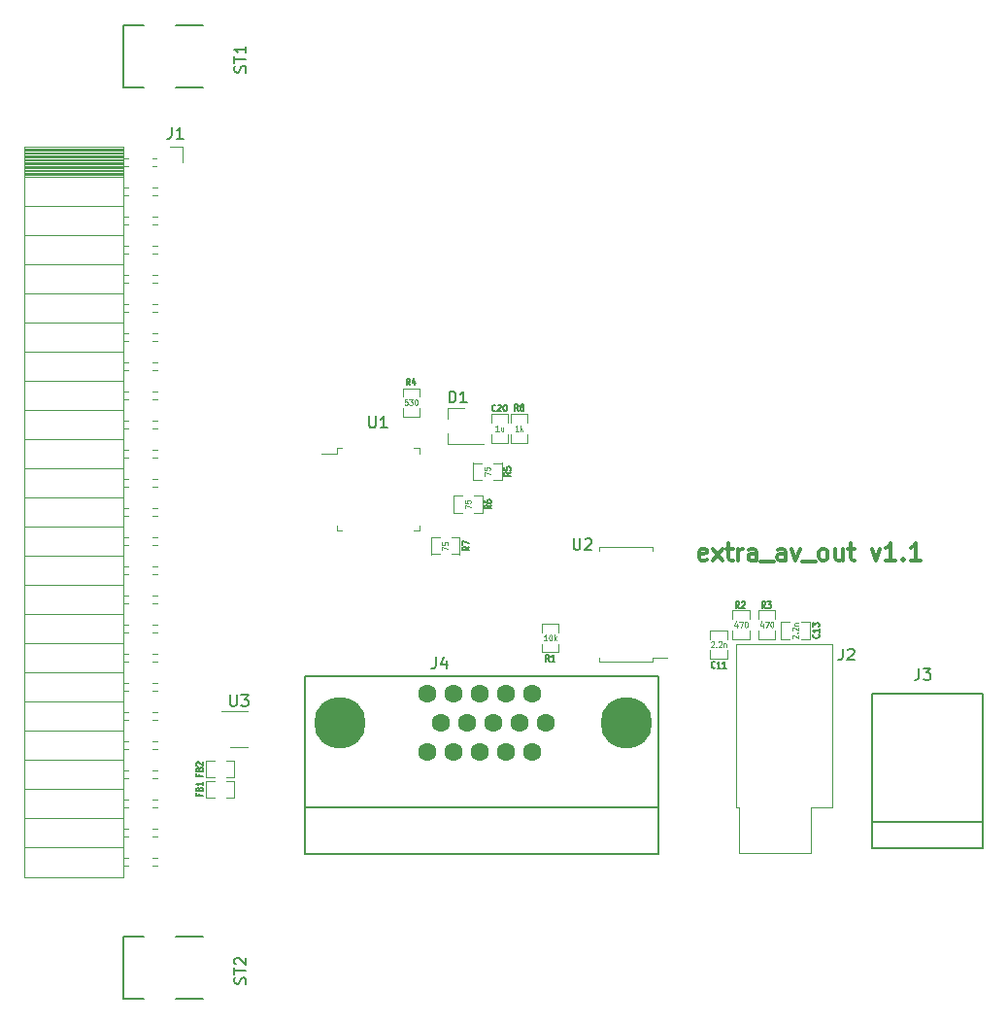
<source format=gbr>
%TF.GenerationSoftware,KiCad,Pcbnew,7.0.10+dfsg-1*%
%TF.CreationDate,2024-01-29T21:55:54+02:00*%
%TF.ProjectId,extra_av_out,65787472-615f-4617-965f-6f75742e6b69,rev?*%
%TF.SameCoordinates,Original*%
%TF.FileFunction,Legend,Top*%
%TF.FilePolarity,Positive*%
%FSLAX46Y46*%
G04 Gerber Fmt 4.6, Leading zero omitted, Abs format (unit mm)*
G04 Created by KiCad (PCBNEW 7.0.10+dfsg-1) date 2024-01-29 21:55:54*
%MOMM*%
%LPD*%
G01*
G04 APERTURE LIST*
%ADD10C,0.300000*%
%ADD11C,0.127000*%
%ADD12C,0.114300*%
%ADD13C,0.150000*%
%ADD14C,0.119380*%
%ADD15C,0.120000*%
%ADD16C,1.600000*%
%ADD17C,4.500000*%
G04 APERTURE END LIST*
D10*
X95740000Y-61886900D02*
X95597143Y-61958328D01*
X95597143Y-61958328D02*
X95311429Y-61958328D01*
X95311429Y-61958328D02*
X95168571Y-61886900D01*
X95168571Y-61886900D02*
X95097143Y-61744042D01*
X95097143Y-61744042D02*
X95097143Y-61172614D01*
X95097143Y-61172614D02*
X95168571Y-61029757D01*
X95168571Y-61029757D02*
X95311429Y-60958328D01*
X95311429Y-60958328D02*
X95597143Y-60958328D01*
X95597143Y-60958328D02*
X95740000Y-61029757D01*
X95740000Y-61029757D02*
X95811429Y-61172614D01*
X95811429Y-61172614D02*
X95811429Y-61315471D01*
X95811429Y-61315471D02*
X95097143Y-61458328D01*
X96311428Y-61958328D02*
X97097143Y-60958328D01*
X96311428Y-60958328D02*
X97097143Y-61958328D01*
X97454286Y-60958328D02*
X98025714Y-60958328D01*
X97668571Y-60458328D02*
X97668571Y-61744042D01*
X97668571Y-61744042D02*
X97740000Y-61886900D01*
X97740000Y-61886900D02*
X97882857Y-61958328D01*
X97882857Y-61958328D02*
X98025714Y-61958328D01*
X98525714Y-61958328D02*
X98525714Y-60958328D01*
X98525714Y-61244042D02*
X98597143Y-61101185D01*
X98597143Y-61101185D02*
X98668572Y-61029757D01*
X98668572Y-61029757D02*
X98811429Y-60958328D01*
X98811429Y-60958328D02*
X98954286Y-60958328D01*
X100097143Y-61958328D02*
X100097143Y-61172614D01*
X100097143Y-61172614D02*
X100025714Y-61029757D01*
X100025714Y-61029757D02*
X99882857Y-60958328D01*
X99882857Y-60958328D02*
X99597143Y-60958328D01*
X99597143Y-60958328D02*
X99454285Y-61029757D01*
X100097143Y-61886900D02*
X99954285Y-61958328D01*
X99954285Y-61958328D02*
X99597143Y-61958328D01*
X99597143Y-61958328D02*
X99454285Y-61886900D01*
X99454285Y-61886900D02*
X99382857Y-61744042D01*
X99382857Y-61744042D02*
X99382857Y-61601185D01*
X99382857Y-61601185D02*
X99454285Y-61458328D01*
X99454285Y-61458328D02*
X99597143Y-61386900D01*
X99597143Y-61386900D02*
X99954285Y-61386900D01*
X99954285Y-61386900D02*
X100097143Y-61315471D01*
X100454286Y-62101185D02*
X101597143Y-62101185D01*
X102597143Y-61958328D02*
X102597143Y-61172614D01*
X102597143Y-61172614D02*
X102525714Y-61029757D01*
X102525714Y-61029757D02*
X102382857Y-60958328D01*
X102382857Y-60958328D02*
X102097143Y-60958328D01*
X102097143Y-60958328D02*
X101954285Y-61029757D01*
X102597143Y-61886900D02*
X102454285Y-61958328D01*
X102454285Y-61958328D02*
X102097143Y-61958328D01*
X102097143Y-61958328D02*
X101954285Y-61886900D01*
X101954285Y-61886900D02*
X101882857Y-61744042D01*
X101882857Y-61744042D02*
X101882857Y-61601185D01*
X101882857Y-61601185D02*
X101954285Y-61458328D01*
X101954285Y-61458328D02*
X102097143Y-61386900D01*
X102097143Y-61386900D02*
X102454285Y-61386900D01*
X102454285Y-61386900D02*
X102597143Y-61315471D01*
X103168571Y-60958328D02*
X103525714Y-61958328D01*
X103525714Y-61958328D02*
X103882857Y-60958328D01*
X104097143Y-62101185D02*
X105240000Y-62101185D01*
X105811428Y-61958328D02*
X105668571Y-61886900D01*
X105668571Y-61886900D02*
X105597142Y-61815471D01*
X105597142Y-61815471D02*
X105525714Y-61672614D01*
X105525714Y-61672614D02*
X105525714Y-61244042D01*
X105525714Y-61244042D02*
X105597142Y-61101185D01*
X105597142Y-61101185D02*
X105668571Y-61029757D01*
X105668571Y-61029757D02*
X105811428Y-60958328D01*
X105811428Y-60958328D02*
X106025714Y-60958328D01*
X106025714Y-60958328D02*
X106168571Y-61029757D01*
X106168571Y-61029757D02*
X106240000Y-61101185D01*
X106240000Y-61101185D02*
X106311428Y-61244042D01*
X106311428Y-61244042D02*
X106311428Y-61672614D01*
X106311428Y-61672614D02*
X106240000Y-61815471D01*
X106240000Y-61815471D02*
X106168571Y-61886900D01*
X106168571Y-61886900D02*
X106025714Y-61958328D01*
X106025714Y-61958328D02*
X105811428Y-61958328D01*
X107597143Y-60958328D02*
X107597143Y-61958328D01*
X106954285Y-60958328D02*
X106954285Y-61744042D01*
X106954285Y-61744042D02*
X107025714Y-61886900D01*
X107025714Y-61886900D02*
X107168571Y-61958328D01*
X107168571Y-61958328D02*
X107382857Y-61958328D01*
X107382857Y-61958328D02*
X107525714Y-61886900D01*
X107525714Y-61886900D02*
X107597143Y-61815471D01*
X108097143Y-60958328D02*
X108668571Y-60958328D01*
X108311428Y-60458328D02*
X108311428Y-61744042D01*
X108311428Y-61744042D02*
X108382857Y-61886900D01*
X108382857Y-61886900D02*
X108525714Y-61958328D01*
X108525714Y-61958328D02*
X108668571Y-61958328D01*
X110168571Y-60958328D02*
X110525714Y-61958328D01*
X110525714Y-61958328D02*
X110882857Y-60958328D01*
X112240000Y-61958328D02*
X111382857Y-61958328D01*
X111811428Y-61958328D02*
X111811428Y-60458328D01*
X111811428Y-60458328D02*
X111668571Y-60672614D01*
X111668571Y-60672614D02*
X111525714Y-60815471D01*
X111525714Y-60815471D02*
X111382857Y-60886900D01*
X112882856Y-61815471D02*
X112954285Y-61886900D01*
X112954285Y-61886900D02*
X112882856Y-61958328D01*
X112882856Y-61958328D02*
X112811428Y-61886900D01*
X112811428Y-61886900D02*
X112882856Y-61815471D01*
X112882856Y-61815471D02*
X112882856Y-61958328D01*
X114382857Y-61958328D02*
X113525714Y-61958328D01*
X113954285Y-61958328D02*
X113954285Y-60458328D01*
X113954285Y-60458328D02*
X113811428Y-60672614D01*
X113811428Y-60672614D02*
X113668571Y-60815471D01*
X113668571Y-60815471D02*
X113525714Y-60886900D01*
D11*
X96483428Y-71278019D02*
X96459237Y-71305839D01*
X96459237Y-71305839D02*
X96386666Y-71333658D01*
X96386666Y-71333658D02*
X96338285Y-71333658D01*
X96338285Y-71333658D02*
X96265713Y-71305839D01*
X96265713Y-71305839D02*
X96217332Y-71250200D01*
X96217332Y-71250200D02*
X96193142Y-71194562D01*
X96193142Y-71194562D02*
X96168951Y-71083286D01*
X96168951Y-71083286D02*
X96168951Y-70999829D01*
X96168951Y-70999829D02*
X96193142Y-70888553D01*
X96193142Y-70888553D02*
X96217332Y-70832915D01*
X96217332Y-70832915D02*
X96265713Y-70777277D01*
X96265713Y-70777277D02*
X96338285Y-70749458D01*
X96338285Y-70749458D02*
X96386666Y-70749458D01*
X96386666Y-70749458D02*
X96459237Y-70777277D01*
X96459237Y-70777277D02*
X96483428Y-70805096D01*
X96967237Y-71333658D02*
X96676951Y-71333658D01*
X96822094Y-71333658D02*
X96822094Y-70749458D01*
X96822094Y-70749458D02*
X96773713Y-70832915D01*
X96773713Y-70832915D02*
X96725332Y-70888553D01*
X96725332Y-70888553D02*
X96676951Y-70916372D01*
X97451047Y-71333658D02*
X97160761Y-71333658D01*
X97305904Y-71333658D02*
X97305904Y-70749458D01*
X97305904Y-70749458D02*
X97257523Y-70832915D01*
X97257523Y-70832915D02*
X97209142Y-70888553D01*
X97209142Y-70888553D02*
X97160761Y-70916372D01*
D12*
X96145971Y-69061447D02*
X96167743Y-69037256D01*
X96167743Y-69037256D02*
X96211286Y-69013066D01*
X96211286Y-69013066D02*
X96320143Y-69013066D01*
X96320143Y-69013066D02*
X96363686Y-69037256D01*
X96363686Y-69037256D02*
X96385457Y-69061447D01*
X96385457Y-69061447D02*
X96407228Y-69109828D01*
X96407228Y-69109828D02*
X96407228Y-69158209D01*
X96407228Y-69158209D02*
X96385457Y-69230780D01*
X96385457Y-69230780D02*
X96124200Y-69521066D01*
X96124200Y-69521066D02*
X96407228Y-69521066D01*
X96603172Y-69472685D02*
X96624943Y-69496876D01*
X96624943Y-69496876D02*
X96603172Y-69521066D01*
X96603172Y-69521066D02*
X96581400Y-69496876D01*
X96581400Y-69496876D02*
X96603172Y-69472685D01*
X96603172Y-69472685D02*
X96603172Y-69521066D01*
X96799114Y-69061447D02*
X96820886Y-69037256D01*
X96820886Y-69037256D02*
X96864429Y-69013066D01*
X96864429Y-69013066D02*
X96973286Y-69013066D01*
X96973286Y-69013066D02*
X97016829Y-69037256D01*
X97016829Y-69037256D02*
X97038600Y-69061447D01*
X97038600Y-69061447D02*
X97060371Y-69109828D01*
X97060371Y-69109828D02*
X97060371Y-69158209D01*
X97060371Y-69158209D02*
X97038600Y-69230780D01*
X97038600Y-69230780D02*
X96777343Y-69521066D01*
X96777343Y-69521066D02*
X97060371Y-69521066D01*
X97256315Y-69182399D02*
X97256315Y-69521066D01*
X97256315Y-69230780D02*
X97278086Y-69206590D01*
X97278086Y-69206590D02*
X97321629Y-69182399D01*
X97321629Y-69182399D02*
X97386943Y-69182399D01*
X97386943Y-69182399D02*
X97430486Y-69206590D01*
X97430486Y-69206590D02*
X97452258Y-69254971D01*
X97452258Y-69254971D02*
X97452258Y-69521066D01*
D11*
X105508019Y-68396571D02*
X105535839Y-68420762D01*
X105535839Y-68420762D02*
X105563658Y-68493333D01*
X105563658Y-68493333D02*
X105563658Y-68541714D01*
X105563658Y-68541714D02*
X105535839Y-68614286D01*
X105535839Y-68614286D02*
X105480200Y-68662667D01*
X105480200Y-68662667D02*
X105424562Y-68686857D01*
X105424562Y-68686857D02*
X105313286Y-68711048D01*
X105313286Y-68711048D02*
X105229829Y-68711048D01*
X105229829Y-68711048D02*
X105118553Y-68686857D01*
X105118553Y-68686857D02*
X105062915Y-68662667D01*
X105062915Y-68662667D02*
X105007277Y-68614286D01*
X105007277Y-68614286D02*
X104979458Y-68541714D01*
X104979458Y-68541714D02*
X104979458Y-68493333D01*
X104979458Y-68493333D02*
X105007277Y-68420762D01*
X105007277Y-68420762D02*
X105035096Y-68396571D01*
X105563658Y-67912762D02*
X105563658Y-68203048D01*
X105563658Y-68057905D02*
X104979458Y-68057905D01*
X104979458Y-68057905D02*
X105062915Y-68106286D01*
X105062915Y-68106286D02*
X105118553Y-68154667D01*
X105118553Y-68154667D02*
X105146372Y-68203048D01*
X104979458Y-67743428D02*
X104979458Y-67428952D01*
X104979458Y-67428952D02*
X105202010Y-67598285D01*
X105202010Y-67598285D02*
X105202010Y-67525714D01*
X105202010Y-67525714D02*
X105229829Y-67477333D01*
X105229829Y-67477333D02*
X105257648Y-67453142D01*
X105257648Y-67453142D02*
X105313286Y-67428952D01*
X105313286Y-67428952D02*
X105452381Y-67428952D01*
X105452381Y-67428952D02*
X105508019Y-67453142D01*
X105508019Y-67453142D02*
X105535839Y-67477333D01*
X105535839Y-67477333D02*
X105563658Y-67525714D01*
X105563658Y-67525714D02*
X105563658Y-67670857D01*
X105563658Y-67670857D02*
X105535839Y-67719238D01*
X105535839Y-67719238D02*
X105508019Y-67743428D01*
D12*
X103259447Y-68734028D02*
X103235256Y-68712256D01*
X103235256Y-68712256D02*
X103211066Y-68668714D01*
X103211066Y-68668714D02*
X103211066Y-68559856D01*
X103211066Y-68559856D02*
X103235256Y-68516314D01*
X103235256Y-68516314D02*
X103259447Y-68494542D01*
X103259447Y-68494542D02*
X103307828Y-68472771D01*
X103307828Y-68472771D02*
X103356209Y-68472771D01*
X103356209Y-68472771D02*
X103428780Y-68494542D01*
X103428780Y-68494542D02*
X103719066Y-68755799D01*
X103719066Y-68755799D02*
X103719066Y-68472771D01*
X103670685Y-68276827D02*
X103694876Y-68255056D01*
X103694876Y-68255056D02*
X103719066Y-68276827D01*
X103719066Y-68276827D02*
X103694876Y-68298599D01*
X103694876Y-68298599D02*
X103670685Y-68276827D01*
X103670685Y-68276827D02*
X103719066Y-68276827D01*
X103259447Y-68080885D02*
X103235256Y-68059113D01*
X103235256Y-68059113D02*
X103211066Y-68015571D01*
X103211066Y-68015571D02*
X103211066Y-67906713D01*
X103211066Y-67906713D02*
X103235256Y-67863171D01*
X103235256Y-67863171D02*
X103259447Y-67841399D01*
X103259447Y-67841399D02*
X103307828Y-67819628D01*
X103307828Y-67819628D02*
X103356209Y-67819628D01*
X103356209Y-67819628D02*
X103428780Y-67841399D01*
X103428780Y-67841399D02*
X103719066Y-68102656D01*
X103719066Y-68102656D02*
X103719066Y-67819628D01*
X103380399Y-67623684D02*
X103719066Y-67623684D01*
X103428780Y-67623684D02*
X103404590Y-67601913D01*
X103404590Y-67601913D02*
X103380399Y-67558370D01*
X103380399Y-67558370D02*
X103380399Y-67493056D01*
X103380399Y-67493056D02*
X103404590Y-67449513D01*
X103404590Y-67449513D02*
X103452971Y-67427742D01*
X103452971Y-67427742D02*
X103719066Y-67427742D01*
D11*
X77363428Y-48918019D02*
X77339237Y-48945839D01*
X77339237Y-48945839D02*
X77266666Y-48973658D01*
X77266666Y-48973658D02*
X77218285Y-48973658D01*
X77218285Y-48973658D02*
X77145713Y-48945839D01*
X77145713Y-48945839D02*
X77097332Y-48890200D01*
X77097332Y-48890200D02*
X77073142Y-48834562D01*
X77073142Y-48834562D02*
X77048951Y-48723286D01*
X77048951Y-48723286D02*
X77048951Y-48639829D01*
X77048951Y-48639829D02*
X77073142Y-48528553D01*
X77073142Y-48528553D02*
X77097332Y-48472915D01*
X77097332Y-48472915D02*
X77145713Y-48417277D01*
X77145713Y-48417277D02*
X77218285Y-48389458D01*
X77218285Y-48389458D02*
X77266666Y-48389458D01*
X77266666Y-48389458D02*
X77339237Y-48417277D01*
X77339237Y-48417277D02*
X77363428Y-48445096D01*
X77556951Y-48445096D02*
X77581142Y-48417277D01*
X77581142Y-48417277D02*
X77629523Y-48389458D01*
X77629523Y-48389458D02*
X77750475Y-48389458D01*
X77750475Y-48389458D02*
X77798856Y-48417277D01*
X77798856Y-48417277D02*
X77823047Y-48445096D01*
X77823047Y-48445096D02*
X77847237Y-48500734D01*
X77847237Y-48500734D02*
X77847237Y-48556372D01*
X77847237Y-48556372D02*
X77823047Y-48639829D01*
X77823047Y-48639829D02*
X77532761Y-48973658D01*
X77532761Y-48973658D02*
X77847237Y-48973658D01*
X78161714Y-48389458D02*
X78210095Y-48389458D01*
X78210095Y-48389458D02*
X78258476Y-48417277D01*
X78258476Y-48417277D02*
X78282666Y-48445096D01*
X78282666Y-48445096D02*
X78306857Y-48500734D01*
X78306857Y-48500734D02*
X78331047Y-48612010D01*
X78331047Y-48612010D02*
X78331047Y-48751105D01*
X78331047Y-48751105D02*
X78306857Y-48862381D01*
X78306857Y-48862381D02*
X78282666Y-48918019D01*
X78282666Y-48918019D02*
X78258476Y-48945839D01*
X78258476Y-48945839D02*
X78210095Y-48973658D01*
X78210095Y-48973658D02*
X78161714Y-48973658D01*
X78161714Y-48973658D02*
X78113333Y-48945839D01*
X78113333Y-48945839D02*
X78089142Y-48918019D01*
X78089142Y-48918019D02*
X78064952Y-48862381D01*
X78064952Y-48862381D02*
X78040761Y-48751105D01*
X78040761Y-48751105D02*
X78040761Y-48612010D01*
X78040761Y-48612010D02*
X78064952Y-48500734D01*
X78064952Y-48500734D02*
X78089142Y-48445096D01*
X78089142Y-48445096D02*
X78113333Y-48417277D01*
X78113333Y-48417277D02*
X78161714Y-48389458D01*
D12*
X77623799Y-50689066D02*
X77362542Y-50689066D01*
X77493171Y-50689066D02*
X77493171Y-50181066D01*
X77493171Y-50181066D02*
X77449628Y-50253637D01*
X77449628Y-50253637D02*
X77406085Y-50302018D01*
X77406085Y-50302018D02*
X77362542Y-50326209D01*
X78015686Y-50350399D02*
X78015686Y-50689066D01*
X77819743Y-50350399D02*
X77819743Y-50616495D01*
X77819743Y-50616495D02*
X77841514Y-50664876D01*
X77841514Y-50664876D02*
X77885057Y-50689066D01*
X77885057Y-50689066D02*
X77950371Y-50689066D01*
X77950371Y-50689066D02*
X77993914Y-50664876D01*
X77993914Y-50664876D02*
X78015686Y-50640685D01*
D13*
X73301905Y-48204819D02*
X73301905Y-47204819D01*
X73301905Y-47204819D02*
X73540000Y-47204819D01*
X73540000Y-47204819D02*
X73682857Y-47252438D01*
X73682857Y-47252438D02*
X73778095Y-47347676D01*
X73778095Y-47347676D02*
X73825714Y-47442914D01*
X73825714Y-47442914D02*
X73873333Y-47633390D01*
X73873333Y-47633390D02*
X73873333Y-47776247D01*
X73873333Y-47776247D02*
X73825714Y-47966723D01*
X73825714Y-47966723D02*
X73778095Y-48061961D01*
X73778095Y-48061961D02*
X73682857Y-48157200D01*
X73682857Y-48157200D02*
X73540000Y-48204819D01*
X73540000Y-48204819D02*
X73301905Y-48204819D01*
X74825714Y-48204819D02*
X74254286Y-48204819D01*
X74540000Y-48204819D02*
X74540000Y-47204819D01*
X74540000Y-47204819D02*
X74444762Y-47347676D01*
X74444762Y-47347676D02*
X74349524Y-47442914D01*
X74349524Y-47442914D02*
X74254286Y-47490533D01*
X49126666Y-24214819D02*
X49126666Y-24929104D01*
X49126666Y-24929104D02*
X49079047Y-25071961D01*
X49079047Y-25071961D02*
X48983809Y-25167200D01*
X48983809Y-25167200D02*
X48840952Y-25214819D01*
X48840952Y-25214819D02*
X48745714Y-25214819D01*
X50126666Y-25214819D02*
X49555238Y-25214819D01*
X49840952Y-25214819D02*
X49840952Y-24214819D01*
X49840952Y-24214819D02*
X49745714Y-24357676D01*
X49745714Y-24357676D02*
X49650476Y-24452914D01*
X49650476Y-24452914D02*
X49555238Y-24500533D01*
X114265346Y-71359899D02*
X114265346Y-72074184D01*
X114265346Y-72074184D02*
X114217727Y-72217041D01*
X114217727Y-72217041D02*
X114122489Y-72312280D01*
X114122489Y-72312280D02*
X113979632Y-72359899D01*
X113979632Y-72359899D02*
X113884394Y-72359899D01*
X114646299Y-71359899D02*
X115265346Y-71359899D01*
X115265346Y-71359899D02*
X114932013Y-71740851D01*
X114932013Y-71740851D02*
X115074870Y-71740851D01*
X115074870Y-71740851D02*
X115170108Y-71788470D01*
X115170108Y-71788470D02*
X115217727Y-71836089D01*
X115217727Y-71836089D02*
X115265346Y-71931327D01*
X115265346Y-71931327D02*
X115265346Y-72169422D01*
X115265346Y-72169422D02*
X115217727Y-72264660D01*
X115217727Y-72264660D02*
X115170108Y-72312280D01*
X115170108Y-72312280D02*
X115074870Y-72359899D01*
X115074870Y-72359899D02*
X114789156Y-72359899D01*
X114789156Y-72359899D02*
X114693918Y-72312280D01*
X114693918Y-72312280D02*
X114646299Y-72264660D01*
X72146666Y-70394819D02*
X72146666Y-71109104D01*
X72146666Y-71109104D02*
X72099047Y-71251961D01*
X72099047Y-71251961D02*
X72003809Y-71347200D01*
X72003809Y-71347200D02*
X71860952Y-71394819D01*
X71860952Y-71394819D02*
X71765714Y-71394819D01*
X73051428Y-70728152D02*
X73051428Y-71394819D01*
X72813333Y-70347200D02*
X72575238Y-71061485D01*
X72575238Y-71061485D02*
X73194285Y-71061485D01*
D11*
X82025333Y-70763658D02*
X81855999Y-70485467D01*
X81735047Y-70763658D02*
X81735047Y-70179458D01*
X81735047Y-70179458D02*
X81928571Y-70179458D01*
X81928571Y-70179458D02*
X81976952Y-70207277D01*
X81976952Y-70207277D02*
X82001142Y-70235096D01*
X82001142Y-70235096D02*
X82025333Y-70290734D01*
X82025333Y-70290734D02*
X82025333Y-70374191D01*
X82025333Y-70374191D02*
X82001142Y-70429829D01*
X82001142Y-70429829D02*
X81976952Y-70457648D01*
X81976952Y-70457648D02*
X81928571Y-70485467D01*
X81928571Y-70485467D02*
X81735047Y-70485467D01*
X82509142Y-70763658D02*
X82218856Y-70763658D01*
X82363999Y-70763658D02*
X82363999Y-70179458D01*
X82363999Y-70179458D02*
X82315618Y-70262915D01*
X82315618Y-70262915D02*
X82267237Y-70318553D01*
X82267237Y-70318553D02*
X82218856Y-70346372D01*
D12*
X81837856Y-68951066D02*
X81576599Y-68951066D01*
X81707228Y-68951066D02*
X81707228Y-68443066D01*
X81707228Y-68443066D02*
X81663685Y-68515637D01*
X81663685Y-68515637D02*
X81620142Y-68564018D01*
X81620142Y-68564018D02*
X81576599Y-68588209D01*
X82120885Y-68443066D02*
X82164428Y-68443066D01*
X82164428Y-68443066D02*
X82207971Y-68467256D01*
X82207971Y-68467256D02*
X82229743Y-68491447D01*
X82229743Y-68491447D02*
X82251514Y-68539828D01*
X82251514Y-68539828D02*
X82273285Y-68636590D01*
X82273285Y-68636590D02*
X82273285Y-68757542D01*
X82273285Y-68757542D02*
X82251514Y-68854304D01*
X82251514Y-68854304D02*
X82229743Y-68902685D01*
X82229743Y-68902685D02*
X82207971Y-68926876D01*
X82207971Y-68926876D02*
X82164428Y-68951066D01*
X82164428Y-68951066D02*
X82120885Y-68951066D01*
X82120885Y-68951066D02*
X82077343Y-68926876D01*
X82077343Y-68926876D02*
X82055571Y-68902685D01*
X82055571Y-68902685D02*
X82033800Y-68854304D01*
X82033800Y-68854304D02*
X82012028Y-68757542D01*
X82012028Y-68757542D02*
X82012028Y-68636590D01*
X82012028Y-68636590D02*
X82033800Y-68539828D01*
X82033800Y-68539828D02*
X82055571Y-68491447D01*
X82055571Y-68491447D02*
X82077343Y-68467256D01*
X82077343Y-68467256D02*
X82120885Y-68443066D01*
X82469229Y-68951066D02*
X82469229Y-68443066D01*
X82512772Y-68757542D02*
X82643400Y-68951066D01*
X82643400Y-68612399D02*
X82469229Y-68805923D01*
D11*
X98595333Y-66121658D02*
X98425999Y-65843467D01*
X98305047Y-66121658D02*
X98305047Y-65537458D01*
X98305047Y-65537458D02*
X98498571Y-65537458D01*
X98498571Y-65537458D02*
X98546952Y-65565277D01*
X98546952Y-65565277D02*
X98571142Y-65593096D01*
X98571142Y-65593096D02*
X98595333Y-65648734D01*
X98595333Y-65648734D02*
X98595333Y-65732191D01*
X98595333Y-65732191D02*
X98571142Y-65787829D01*
X98571142Y-65787829D02*
X98546952Y-65815648D01*
X98546952Y-65815648D02*
X98498571Y-65843467D01*
X98498571Y-65843467D02*
X98305047Y-65843467D01*
X98788856Y-65593096D02*
X98813047Y-65565277D01*
X98813047Y-65565277D02*
X98861428Y-65537458D01*
X98861428Y-65537458D02*
X98982380Y-65537458D01*
X98982380Y-65537458D02*
X99030761Y-65565277D01*
X99030761Y-65565277D02*
X99054952Y-65593096D01*
X99054952Y-65593096D02*
X99079142Y-65648734D01*
X99079142Y-65648734D02*
X99079142Y-65704372D01*
X99079142Y-65704372D02*
X99054952Y-65787829D01*
X99054952Y-65787829D02*
X98764666Y-66121658D01*
X98764666Y-66121658D02*
X99079142Y-66121658D01*
D12*
X98401657Y-67458399D02*
X98401657Y-67797066D01*
X98292799Y-67264876D02*
X98183942Y-67627733D01*
X98183942Y-67627733D02*
X98466971Y-67627733D01*
X98597600Y-67289066D02*
X98902400Y-67289066D01*
X98902400Y-67289066D02*
X98706457Y-67797066D01*
X99163657Y-67289066D02*
X99207200Y-67289066D01*
X99207200Y-67289066D02*
X99250743Y-67313256D01*
X99250743Y-67313256D02*
X99272515Y-67337447D01*
X99272515Y-67337447D02*
X99294286Y-67385828D01*
X99294286Y-67385828D02*
X99316057Y-67482590D01*
X99316057Y-67482590D02*
X99316057Y-67603542D01*
X99316057Y-67603542D02*
X99294286Y-67700304D01*
X99294286Y-67700304D02*
X99272515Y-67748685D01*
X99272515Y-67748685D02*
X99250743Y-67772876D01*
X99250743Y-67772876D02*
X99207200Y-67797066D01*
X99207200Y-67797066D02*
X99163657Y-67797066D01*
X99163657Y-67797066D02*
X99120115Y-67772876D01*
X99120115Y-67772876D02*
X99098343Y-67748685D01*
X99098343Y-67748685D02*
X99076572Y-67700304D01*
X99076572Y-67700304D02*
X99054800Y-67603542D01*
X99054800Y-67603542D02*
X99054800Y-67482590D01*
X99054800Y-67482590D02*
X99076572Y-67385828D01*
X99076572Y-67385828D02*
X99098343Y-67337447D01*
X99098343Y-67337447D02*
X99120115Y-67313256D01*
X99120115Y-67313256D02*
X99163657Y-67289066D01*
D11*
X100865333Y-66111658D02*
X100695999Y-65833467D01*
X100575047Y-66111658D02*
X100575047Y-65527458D01*
X100575047Y-65527458D02*
X100768571Y-65527458D01*
X100768571Y-65527458D02*
X100816952Y-65555277D01*
X100816952Y-65555277D02*
X100841142Y-65583096D01*
X100841142Y-65583096D02*
X100865333Y-65638734D01*
X100865333Y-65638734D02*
X100865333Y-65722191D01*
X100865333Y-65722191D02*
X100841142Y-65777829D01*
X100841142Y-65777829D02*
X100816952Y-65805648D01*
X100816952Y-65805648D02*
X100768571Y-65833467D01*
X100768571Y-65833467D02*
X100575047Y-65833467D01*
X101034666Y-65527458D02*
X101349142Y-65527458D01*
X101349142Y-65527458D02*
X101179809Y-65750010D01*
X101179809Y-65750010D02*
X101252380Y-65750010D01*
X101252380Y-65750010D02*
X101300761Y-65777829D01*
X101300761Y-65777829D02*
X101324952Y-65805648D01*
X101324952Y-65805648D02*
X101349142Y-65861286D01*
X101349142Y-65861286D02*
X101349142Y-66000381D01*
X101349142Y-66000381D02*
X101324952Y-66056019D01*
X101324952Y-66056019D02*
X101300761Y-66083839D01*
X101300761Y-66083839D02*
X101252380Y-66111658D01*
X101252380Y-66111658D02*
X101107237Y-66111658D01*
X101107237Y-66111658D02*
X101058856Y-66083839D01*
X101058856Y-66083839D02*
X101034666Y-66056019D01*
D12*
X100661657Y-67458399D02*
X100661657Y-67797066D01*
X100552799Y-67264876D02*
X100443942Y-67627733D01*
X100443942Y-67627733D02*
X100726971Y-67627733D01*
X100857600Y-67289066D02*
X101162400Y-67289066D01*
X101162400Y-67289066D02*
X100966457Y-67797066D01*
X101423657Y-67289066D02*
X101467200Y-67289066D01*
X101467200Y-67289066D02*
X101510743Y-67313256D01*
X101510743Y-67313256D02*
X101532515Y-67337447D01*
X101532515Y-67337447D02*
X101554286Y-67385828D01*
X101554286Y-67385828D02*
X101576057Y-67482590D01*
X101576057Y-67482590D02*
X101576057Y-67603542D01*
X101576057Y-67603542D02*
X101554286Y-67700304D01*
X101554286Y-67700304D02*
X101532515Y-67748685D01*
X101532515Y-67748685D02*
X101510743Y-67772876D01*
X101510743Y-67772876D02*
X101467200Y-67797066D01*
X101467200Y-67797066D02*
X101423657Y-67797066D01*
X101423657Y-67797066D02*
X101380115Y-67772876D01*
X101380115Y-67772876D02*
X101358343Y-67748685D01*
X101358343Y-67748685D02*
X101336572Y-67700304D01*
X101336572Y-67700304D02*
X101314800Y-67603542D01*
X101314800Y-67603542D02*
X101314800Y-67482590D01*
X101314800Y-67482590D02*
X101336572Y-67385828D01*
X101336572Y-67385828D02*
X101358343Y-67337447D01*
X101358343Y-67337447D02*
X101380115Y-67313256D01*
X101380115Y-67313256D02*
X101423657Y-67289066D01*
D11*
X69895333Y-46685658D02*
X69725999Y-46407467D01*
X69605047Y-46685658D02*
X69605047Y-46101458D01*
X69605047Y-46101458D02*
X69798571Y-46101458D01*
X69798571Y-46101458D02*
X69846952Y-46129277D01*
X69846952Y-46129277D02*
X69871142Y-46157096D01*
X69871142Y-46157096D02*
X69895333Y-46212734D01*
X69895333Y-46212734D02*
X69895333Y-46296191D01*
X69895333Y-46296191D02*
X69871142Y-46351829D01*
X69871142Y-46351829D02*
X69846952Y-46379648D01*
X69846952Y-46379648D02*
X69798571Y-46407467D01*
X69798571Y-46407467D02*
X69605047Y-46407467D01*
X70330761Y-46296191D02*
X70330761Y-46685658D01*
X70209809Y-46073639D02*
X70088856Y-46490924D01*
X70088856Y-46490924D02*
X70403333Y-46490924D01*
D12*
X69653428Y-47921066D02*
X69435714Y-47921066D01*
X69435714Y-47921066D02*
X69413942Y-48162971D01*
X69413942Y-48162971D02*
X69435714Y-48138780D01*
X69435714Y-48138780D02*
X69479257Y-48114590D01*
X69479257Y-48114590D02*
X69588114Y-48114590D01*
X69588114Y-48114590D02*
X69631657Y-48138780D01*
X69631657Y-48138780D02*
X69653428Y-48162971D01*
X69653428Y-48162971D02*
X69675199Y-48211352D01*
X69675199Y-48211352D02*
X69675199Y-48332304D01*
X69675199Y-48332304D02*
X69653428Y-48380685D01*
X69653428Y-48380685D02*
X69631657Y-48404876D01*
X69631657Y-48404876D02*
X69588114Y-48429066D01*
X69588114Y-48429066D02*
X69479257Y-48429066D01*
X69479257Y-48429066D02*
X69435714Y-48404876D01*
X69435714Y-48404876D02*
X69413942Y-48380685D01*
X69827600Y-47921066D02*
X70110628Y-47921066D01*
X70110628Y-47921066D02*
X69958228Y-48114590D01*
X69958228Y-48114590D02*
X70023543Y-48114590D01*
X70023543Y-48114590D02*
X70067086Y-48138780D01*
X70067086Y-48138780D02*
X70088857Y-48162971D01*
X70088857Y-48162971D02*
X70110628Y-48211352D01*
X70110628Y-48211352D02*
X70110628Y-48332304D01*
X70110628Y-48332304D02*
X70088857Y-48380685D01*
X70088857Y-48380685D02*
X70067086Y-48404876D01*
X70067086Y-48404876D02*
X70023543Y-48429066D01*
X70023543Y-48429066D02*
X69892914Y-48429066D01*
X69892914Y-48429066D02*
X69849371Y-48404876D01*
X69849371Y-48404876D02*
X69827600Y-48380685D01*
X70393657Y-47921066D02*
X70437200Y-47921066D01*
X70437200Y-47921066D02*
X70480743Y-47945256D01*
X70480743Y-47945256D02*
X70502515Y-47969447D01*
X70502515Y-47969447D02*
X70524286Y-48017828D01*
X70524286Y-48017828D02*
X70546057Y-48114590D01*
X70546057Y-48114590D02*
X70546057Y-48235542D01*
X70546057Y-48235542D02*
X70524286Y-48332304D01*
X70524286Y-48332304D02*
X70502515Y-48380685D01*
X70502515Y-48380685D02*
X70480743Y-48404876D01*
X70480743Y-48404876D02*
X70437200Y-48429066D01*
X70437200Y-48429066D02*
X70393657Y-48429066D01*
X70393657Y-48429066D02*
X70350115Y-48404876D01*
X70350115Y-48404876D02*
X70328343Y-48380685D01*
X70328343Y-48380685D02*
X70306572Y-48332304D01*
X70306572Y-48332304D02*
X70284800Y-48235542D01*
X70284800Y-48235542D02*
X70284800Y-48114590D01*
X70284800Y-48114590D02*
X70306572Y-48017828D01*
X70306572Y-48017828D02*
X70328343Y-47969447D01*
X70328343Y-47969447D02*
X70350115Y-47945256D01*
X70350115Y-47945256D02*
X70393657Y-47921066D01*
D11*
X78681658Y-54284666D02*
X78403467Y-54454000D01*
X78681658Y-54574952D02*
X78097458Y-54574952D01*
X78097458Y-54574952D02*
X78097458Y-54381428D01*
X78097458Y-54381428D02*
X78125277Y-54333047D01*
X78125277Y-54333047D02*
X78153096Y-54308857D01*
X78153096Y-54308857D02*
X78208734Y-54284666D01*
X78208734Y-54284666D02*
X78292191Y-54284666D01*
X78292191Y-54284666D02*
X78347829Y-54308857D01*
X78347829Y-54308857D02*
X78375648Y-54333047D01*
X78375648Y-54333047D02*
X78403467Y-54381428D01*
X78403467Y-54381428D02*
X78403467Y-54574952D01*
X78097458Y-53825047D02*
X78097458Y-54066952D01*
X78097458Y-54066952D02*
X78375648Y-54091143D01*
X78375648Y-54091143D02*
X78347829Y-54066952D01*
X78347829Y-54066952D02*
X78320010Y-54018571D01*
X78320010Y-54018571D02*
X78320010Y-53897619D01*
X78320010Y-53897619D02*
X78347829Y-53849238D01*
X78347829Y-53849238D02*
X78375648Y-53825047D01*
X78375648Y-53825047D02*
X78431286Y-53800857D01*
X78431286Y-53800857D02*
X78570381Y-53800857D01*
X78570381Y-53800857D02*
X78626019Y-53825047D01*
X78626019Y-53825047D02*
X78653839Y-53849238D01*
X78653839Y-53849238D02*
X78681658Y-53897619D01*
X78681658Y-53897619D02*
X78681658Y-54018571D01*
X78681658Y-54018571D02*
X78653839Y-54066952D01*
X78653839Y-54066952D02*
X78626019Y-54091143D01*
D12*
X76361066Y-54570114D02*
X76361066Y-54265314D01*
X76361066Y-54265314D02*
X76869066Y-54461257D01*
X76361066Y-53873428D02*
X76361066Y-54091142D01*
X76361066Y-54091142D02*
X76602971Y-54112914D01*
X76602971Y-54112914D02*
X76578780Y-54091142D01*
X76578780Y-54091142D02*
X76554590Y-54047600D01*
X76554590Y-54047600D02*
X76554590Y-53938742D01*
X76554590Y-53938742D02*
X76578780Y-53895200D01*
X76578780Y-53895200D02*
X76602971Y-53873428D01*
X76602971Y-53873428D02*
X76651352Y-53851657D01*
X76651352Y-53851657D02*
X76772304Y-53851657D01*
X76772304Y-53851657D02*
X76820685Y-53873428D01*
X76820685Y-53873428D02*
X76844876Y-53895200D01*
X76844876Y-53895200D02*
X76869066Y-53938742D01*
X76869066Y-53938742D02*
X76869066Y-54047600D01*
X76869066Y-54047600D02*
X76844876Y-54091142D01*
X76844876Y-54091142D02*
X76820685Y-54112914D01*
D11*
X76983658Y-57144666D02*
X76705467Y-57314000D01*
X76983658Y-57434952D02*
X76399458Y-57434952D01*
X76399458Y-57434952D02*
X76399458Y-57241428D01*
X76399458Y-57241428D02*
X76427277Y-57193047D01*
X76427277Y-57193047D02*
X76455096Y-57168857D01*
X76455096Y-57168857D02*
X76510734Y-57144666D01*
X76510734Y-57144666D02*
X76594191Y-57144666D01*
X76594191Y-57144666D02*
X76649829Y-57168857D01*
X76649829Y-57168857D02*
X76677648Y-57193047D01*
X76677648Y-57193047D02*
X76705467Y-57241428D01*
X76705467Y-57241428D02*
X76705467Y-57434952D01*
X76399458Y-56709238D02*
X76399458Y-56806000D01*
X76399458Y-56806000D02*
X76427277Y-56854381D01*
X76427277Y-56854381D02*
X76455096Y-56878571D01*
X76455096Y-56878571D02*
X76538553Y-56926952D01*
X76538553Y-56926952D02*
X76649829Y-56951143D01*
X76649829Y-56951143D02*
X76872381Y-56951143D01*
X76872381Y-56951143D02*
X76928019Y-56926952D01*
X76928019Y-56926952D02*
X76955839Y-56902762D01*
X76955839Y-56902762D02*
X76983658Y-56854381D01*
X76983658Y-56854381D02*
X76983658Y-56757619D01*
X76983658Y-56757619D02*
X76955839Y-56709238D01*
X76955839Y-56709238D02*
X76928019Y-56685047D01*
X76928019Y-56685047D02*
X76872381Y-56660857D01*
X76872381Y-56660857D02*
X76733286Y-56660857D01*
X76733286Y-56660857D02*
X76677648Y-56685047D01*
X76677648Y-56685047D02*
X76649829Y-56709238D01*
X76649829Y-56709238D02*
X76622010Y-56757619D01*
X76622010Y-56757619D02*
X76622010Y-56854381D01*
X76622010Y-56854381D02*
X76649829Y-56902762D01*
X76649829Y-56902762D02*
X76677648Y-56926952D01*
X76677648Y-56926952D02*
X76733286Y-56951143D01*
D12*
X74671066Y-57430114D02*
X74671066Y-57125314D01*
X74671066Y-57125314D02*
X75179066Y-57321257D01*
X74671066Y-56733428D02*
X74671066Y-56951142D01*
X74671066Y-56951142D02*
X74912971Y-56972914D01*
X74912971Y-56972914D02*
X74888780Y-56951142D01*
X74888780Y-56951142D02*
X74864590Y-56907600D01*
X74864590Y-56907600D02*
X74864590Y-56798742D01*
X74864590Y-56798742D02*
X74888780Y-56755200D01*
X74888780Y-56755200D02*
X74912971Y-56733428D01*
X74912971Y-56733428D02*
X74961352Y-56711657D01*
X74961352Y-56711657D02*
X75082304Y-56711657D01*
X75082304Y-56711657D02*
X75130685Y-56733428D01*
X75130685Y-56733428D02*
X75154876Y-56755200D01*
X75154876Y-56755200D02*
X75179066Y-56798742D01*
X75179066Y-56798742D02*
X75179066Y-56907600D01*
X75179066Y-56907600D02*
X75154876Y-56951142D01*
X75154876Y-56951142D02*
X75130685Y-56972914D01*
D11*
X75053658Y-60764666D02*
X74775467Y-60934000D01*
X75053658Y-61054952D02*
X74469458Y-61054952D01*
X74469458Y-61054952D02*
X74469458Y-60861428D01*
X74469458Y-60861428D02*
X74497277Y-60813047D01*
X74497277Y-60813047D02*
X74525096Y-60788857D01*
X74525096Y-60788857D02*
X74580734Y-60764666D01*
X74580734Y-60764666D02*
X74664191Y-60764666D01*
X74664191Y-60764666D02*
X74719829Y-60788857D01*
X74719829Y-60788857D02*
X74747648Y-60813047D01*
X74747648Y-60813047D02*
X74775467Y-60861428D01*
X74775467Y-60861428D02*
X74775467Y-61054952D01*
X74469458Y-60595333D02*
X74469458Y-60256666D01*
X74469458Y-60256666D02*
X75053658Y-60474381D01*
D12*
X72701066Y-61060114D02*
X72701066Y-60755314D01*
X72701066Y-60755314D02*
X73209066Y-60951257D01*
X72701066Y-60363428D02*
X72701066Y-60581142D01*
X72701066Y-60581142D02*
X72942971Y-60602914D01*
X72942971Y-60602914D02*
X72918780Y-60581142D01*
X72918780Y-60581142D02*
X72894590Y-60537600D01*
X72894590Y-60537600D02*
X72894590Y-60428742D01*
X72894590Y-60428742D02*
X72918780Y-60385200D01*
X72918780Y-60385200D02*
X72942971Y-60363428D01*
X72942971Y-60363428D02*
X72991352Y-60341657D01*
X72991352Y-60341657D02*
X73112304Y-60341657D01*
X73112304Y-60341657D02*
X73160685Y-60363428D01*
X73160685Y-60363428D02*
X73184876Y-60385200D01*
X73184876Y-60385200D02*
X73209066Y-60428742D01*
X73209066Y-60428742D02*
X73209066Y-60537600D01*
X73209066Y-60537600D02*
X73184876Y-60581142D01*
X73184876Y-60581142D02*
X73160685Y-60602914D01*
D11*
X79325333Y-48943658D02*
X79155999Y-48665467D01*
X79035047Y-48943658D02*
X79035047Y-48359458D01*
X79035047Y-48359458D02*
X79228571Y-48359458D01*
X79228571Y-48359458D02*
X79276952Y-48387277D01*
X79276952Y-48387277D02*
X79301142Y-48415096D01*
X79301142Y-48415096D02*
X79325333Y-48470734D01*
X79325333Y-48470734D02*
X79325333Y-48554191D01*
X79325333Y-48554191D02*
X79301142Y-48609829D01*
X79301142Y-48609829D02*
X79276952Y-48637648D01*
X79276952Y-48637648D02*
X79228571Y-48665467D01*
X79228571Y-48665467D02*
X79035047Y-48665467D01*
X79615618Y-48609829D02*
X79567237Y-48582010D01*
X79567237Y-48582010D02*
X79543047Y-48554191D01*
X79543047Y-48554191D02*
X79518856Y-48498553D01*
X79518856Y-48498553D02*
X79518856Y-48470734D01*
X79518856Y-48470734D02*
X79543047Y-48415096D01*
X79543047Y-48415096D02*
X79567237Y-48387277D01*
X79567237Y-48387277D02*
X79615618Y-48359458D01*
X79615618Y-48359458D02*
X79712380Y-48359458D01*
X79712380Y-48359458D02*
X79760761Y-48387277D01*
X79760761Y-48387277D02*
X79784952Y-48415096D01*
X79784952Y-48415096D02*
X79809142Y-48470734D01*
X79809142Y-48470734D02*
X79809142Y-48498553D01*
X79809142Y-48498553D02*
X79784952Y-48554191D01*
X79784952Y-48554191D02*
X79760761Y-48582010D01*
X79760761Y-48582010D02*
X79712380Y-48609829D01*
X79712380Y-48609829D02*
X79615618Y-48609829D01*
X79615618Y-48609829D02*
X79567237Y-48637648D01*
X79567237Y-48637648D02*
X79543047Y-48665467D01*
X79543047Y-48665467D02*
X79518856Y-48721105D01*
X79518856Y-48721105D02*
X79518856Y-48832381D01*
X79518856Y-48832381D02*
X79543047Y-48888019D01*
X79543047Y-48888019D02*
X79567237Y-48915839D01*
X79567237Y-48915839D02*
X79615618Y-48943658D01*
X79615618Y-48943658D02*
X79712380Y-48943658D01*
X79712380Y-48943658D02*
X79760761Y-48915839D01*
X79760761Y-48915839D02*
X79784952Y-48888019D01*
X79784952Y-48888019D02*
X79809142Y-48832381D01*
X79809142Y-48832381D02*
X79809142Y-48721105D01*
X79809142Y-48721105D02*
X79784952Y-48665467D01*
X79784952Y-48665467D02*
X79760761Y-48637648D01*
X79760761Y-48637648D02*
X79712380Y-48609829D01*
D12*
X79355571Y-50687066D02*
X79094314Y-50687066D01*
X79224943Y-50687066D02*
X79224943Y-50179066D01*
X79224943Y-50179066D02*
X79181400Y-50251637D01*
X79181400Y-50251637D02*
X79137857Y-50300018D01*
X79137857Y-50300018D02*
X79094314Y-50324209D01*
X79551515Y-50687066D02*
X79551515Y-50179066D01*
X79595058Y-50493542D02*
X79725686Y-50687066D01*
X79725686Y-50348399D02*
X79551515Y-50541923D01*
D13*
X66328095Y-49384819D02*
X66328095Y-50194342D01*
X66328095Y-50194342D02*
X66375714Y-50289580D01*
X66375714Y-50289580D02*
X66423333Y-50337200D01*
X66423333Y-50337200D02*
X66518571Y-50384819D01*
X66518571Y-50384819D02*
X66709047Y-50384819D01*
X66709047Y-50384819D02*
X66804285Y-50337200D01*
X66804285Y-50337200D02*
X66851904Y-50289580D01*
X66851904Y-50289580D02*
X66899523Y-50194342D01*
X66899523Y-50194342D02*
X66899523Y-49384819D01*
X67899523Y-50384819D02*
X67328095Y-50384819D01*
X67613809Y-50384819D02*
X67613809Y-49384819D01*
X67613809Y-49384819D02*
X67518571Y-49527676D01*
X67518571Y-49527676D02*
X67423333Y-49622914D01*
X67423333Y-49622914D02*
X67328095Y-49670533D01*
X54208095Y-73674819D02*
X54208095Y-74484342D01*
X54208095Y-74484342D02*
X54255714Y-74579580D01*
X54255714Y-74579580D02*
X54303333Y-74627200D01*
X54303333Y-74627200D02*
X54398571Y-74674819D01*
X54398571Y-74674819D02*
X54589047Y-74674819D01*
X54589047Y-74674819D02*
X54684285Y-74627200D01*
X54684285Y-74627200D02*
X54731904Y-74579580D01*
X54731904Y-74579580D02*
X54779523Y-74484342D01*
X54779523Y-74484342D02*
X54779523Y-73674819D01*
X55160476Y-73674819D02*
X55779523Y-73674819D01*
X55779523Y-73674819D02*
X55446190Y-74055771D01*
X55446190Y-74055771D02*
X55589047Y-74055771D01*
X55589047Y-74055771D02*
X55684285Y-74103390D01*
X55684285Y-74103390D02*
X55731904Y-74151009D01*
X55731904Y-74151009D02*
X55779523Y-74246247D01*
X55779523Y-74246247D02*
X55779523Y-74484342D01*
X55779523Y-74484342D02*
X55731904Y-74579580D01*
X55731904Y-74579580D02*
X55684285Y-74627200D01*
X55684285Y-74627200D02*
X55589047Y-74674819D01*
X55589047Y-74674819D02*
X55303333Y-74674819D01*
X55303333Y-74674819D02*
X55208095Y-74627200D01*
X55208095Y-74627200D02*
X55160476Y-74579580D01*
X55532680Y-19444796D02*
X55580299Y-19301939D01*
X55580299Y-19301939D02*
X55580299Y-19063844D01*
X55580299Y-19063844D02*
X55532680Y-18968606D01*
X55532680Y-18968606D02*
X55485060Y-18920987D01*
X55485060Y-18920987D02*
X55389822Y-18873368D01*
X55389822Y-18873368D02*
X55294584Y-18873368D01*
X55294584Y-18873368D02*
X55199346Y-18920987D01*
X55199346Y-18920987D02*
X55151727Y-18968606D01*
X55151727Y-18968606D02*
X55104108Y-19063844D01*
X55104108Y-19063844D02*
X55056489Y-19254320D01*
X55056489Y-19254320D02*
X55008870Y-19349558D01*
X55008870Y-19349558D02*
X54961251Y-19397177D01*
X54961251Y-19397177D02*
X54866013Y-19444796D01*
X54866013Y-19444796D02*
X54770775Y-19444796D01*
X54770775Y-19444796D02*
X54675537Y-19397177D01*
X54675537Y-19397177D02*
X54627918Y-19349558D01*
X54627918Y-19349558D02*
X54580299Y-19254320D01*
X54580299Y-19254320D02*
X54580299Y-19016225D01*
X54580299Y-19016225D02*
X54627918Y-18873368D01*
X54580299Y-18587653D02*
X54580299Y-18016225D01*
X55580299Y-18301939D02*
X54580299Y-18301939D01*
X55580299Y-17159082D02*
X55580299Y-17730510D01*
X55580299Y-17444796D02*
X54580299Y-17444796D01*
X54580299Y-17444796D02*
X54723156Y-17540034D01*
X54723156Y-17540034D02*
X54818394Y-17635272D01*
X54818394Y-17635272D02*
X54866013Y-17730510D01*
X55532680Y-98864796D02*
X55580299Y-98721939D01*
X55580299Y-98721939D02*
X55580299Y-98483844D01*
X55580299Y-98483844D02*
X55532680Y-98388606D01*
X55532680Y-98388606D02*
X55485060Y-98340987D01*
X55485060Y-98340987D02*
X55389822Y-98293368D01*
X55389822Y-98293368D02*
X55294584Y-98293368D01*
X55294584Y-98293368D02*
X55199346Y-98340987D01*
X55199346Y-98340987D02*
X55151727Y-98388606D01*
X55151727Y-98388606D02*
X55104108Y-98483844D01*
X55104108Y-98483844D02*
X55056489Y-98674320D01*
X55056489Y-98674320D02*
X55008870Y-98769558D01*
X55008870Y-98769558D02*
X54961251Y-98817177D01*
X54961251Y-98817177D02*
X54866013Y-98864796D01*
X54866013Y-98864796D02*
X54770775Y-98864796D01*
X54770775Y-98864796D02*
X54675537Y-98817177D01*
X54675537Y-98817177D02*
X54627918Y-98769558D01*
X54627918Y-98769558D02*
X54580299Y-98674320D01*
X54580299Y-98674320D02*
X54580299Y-98436225D01*
X54580299Y-98436225D02*
X54627918Y-98293368D01*
X54580299Y-98007653D02*
X54580299Y-97436225D01*
X55580299Y-97721939D02*
X54580299Y-97721939D01*
X54675537Y-97150510D02*
X54627918Y-97102891D01*
X54627918Y-97102891D02*
X54580299Y-97007653D01*
X54580299Y-97007653D02*
X54580299Y-96769558D01*
X54580299Y-96769558D02*
X54627918Y-96674320D01*
X54627918Y-96674320D02*
X54675537Y-96626701D01*
X54675537Y-96626701D02*
X54770775Y-96579082D01*
X54770775Y-96579082D02*
X54866013Y-96579082D01*
X54866013Y-96579082D02*
X55008870Y-96626701D01*
X55008870Y-96626701D02*
X55580299Y-97198129D01*
X55580299Y-97198129D02*
X55580299Y-96579082D01*
X107626666Y-69644819D02*
X107626666Y-70359104D01*
X107626666Y-70359104D02*
X107579047Y-70501961D01*
X107579047Y-70501961D02*
X107483809Y-70597200D01*
X107483809Y-70597200D02*
X107340952Y-70644819D01*
X107340952Y-70644819D02*
X107245714Y-70644819D01*
X108055238Y-69740057D02*
X108102857Y-69692438D01*
X108102857Y-69692438D02*
X108198095Y-69644819D01*
X108198095Y-69644819D02*
X108436190Y-69644819D01*
X108436190Y-69644819D02*
X108531428Y-69692438D01*
X108531428Y-69692438D02*
X108579047Y-69740057D01*
X108579047Y-69740057D02*
X108626666Y-69835295D01*
X108626666Y-69835295D02*
X108626666Y-69930533D01*
X108626666Y-69930533D02*
X108579047Y-70073390D01*
X108579047Y-70073390D02*
X108007619Y-70644819D01*
X108007619Y-70644819D02*
X108626666Y-70644819D01*
X84158095Y-60024819D02*
X84158095Y-60834342D01*
X84158095Y-60834342D02*
X84205714Y-60929580D01*
X84205714Y-60929580D02*
X84253333Y-60977200D01*
X84253333Y-60977200D02*
X84348571Y-61024819D01*
X84348571Y-61024819D02*
X84539047Y-61024819D01*
X84539047Y-61024819D02*
X84634285Y-60977200D01*
X84634285Y-60977200D02*
X84681904Y-60929580D01*
X84681904Y-60929580D02*
X84729523Y-60834342D01*
X84729523Y-60834342D02*
X84729523Y-60024819D01*
X85158095Y-60120057D02*
X85205714Y-60072438D01*
X85205714Y-60072438D02*
X85300952Y-60024819D01*
X85300952Y-60024819D02*
X85539047Y-60024819D01*
X85539047Y-60024819D02*
X85634285Y-60072438D01*
X85634285Y-60072438D02*
X85681904Y-60120057D01*
X85681904Y-60120057D02*
X85729523Y-60215295D01*
X85729523Y-60215295D02*
X85729523Y-60310533D01*
X85729523Y-60310533D02*
X85681904Y-60453390D01*
X85681904Y-60453390D02*
X85110476Y-61024819D01*
X85110476Y-61024819D02*
X85729523Y-61024819D01*
D11*
X51527648Y-82313333D02*
X51527648Y-82482666D01*
X51833658Y-82482666D02*
X51249458Y-82482666D01*
X51249458Y-82482666D02*
X51249458Y-82240761D01*
X51527648Y-81877904D02*
X51555467Y-81805332D01*
X51555467Y-81805332D02*
X51583286Y-81781142D01*
X51583286Y-81781142D02*
X51638924Y-81756951D01*
X51638924Y-81756951D02*
X51722381Y-81756951D01*
X51722381Y-81756951D02*
X51778019Y-81781142D01*
X51778019Y-81781142D02*
X51805839Y-81805332D01*
X51805839Y-81805332D02*
X51833658Y-81853713D01*
X51833658Y-81853713D02*
X51833658Y-82047237D01*
X51833658Y-82047237D02*
X51249458Y-82047237D01*
X51249458Y-82047237D02*
X51249458Y-81877904D01*
X51249458Y-81877904D02*
X51277277Y-81829523D01*
X51277277Y-81829523D02*
X51305096Y-81805332D01*
X51305096Y-81805332D02*
X51360734Y-81781142D01*
X51360734Y-81781142D02*
X51416372Y-81781142D01*
X51416372Y-81781142D02*
X51472010Y-81805332D01*
X51472010Y-81805332D02*
X51499829Y-81829523D01*
X51499829Y-81829523D02*
X51527648Y-81877904D01*
X51527648Y-81877904D02*
X51527648Y-82047237D01*
X51833658Y-81273142D02*
X51833658Y-81563428D01*
X51833658Y-81418285D02*
X51249458Y-81418285D01*
X51249458Y-81418285D02*
X51332915Y-81466666D01*
X51332915Y-81466666D02*
X51388553Y-81515047D01*
X51388553Y-81515047D02*
X51416372Y-81563428D01*
X51527648Y-80573333D02*
X51527648Y-80742666D01*
X51833658Y-80742666D02*
X51249458Y-80742666D01*
X51249458Y-80742666D02*
X51249458Y-80500761D01*
X51527648Y-80137904D02*
X51555467Y-80065332D01*
X51555467Y-80065332D02*
X51583286Y-80041142D01*
X51583286Y-80041142D02*
X51638924Y-80016951D01*
X51638924Y-80016951D02*
X51722381Y-80016951D01*
X51722381Y-80016951D02*
X51778019Y-80041142D01*
X51778019Y-80041142D02*
X51805839Y-80065332D01*
X51805839Y-80065332D02*
X51833658Y-80113713D01*
X51833658Y-80113713D02*
X51833658Y-80307237D01*
X51833658Y-80307237D02*
X51249458Y-80307237D01*
X51249458Y-80307237D02*
X51249458Y-80137904D01*
X51249458Y-80137904D02*
X51277277Y-80089523D01*
X51277277Y-80089523D02*
X51305096Y-80065332D01*
X51305096Y-80065332D02*
X51360734Y-80041142D01*
X51360734Y-80041142D02*
X51416372Y-80041142D01*
X51416372Y-80041142D02*
X51472010Y-80065332D01*
X51472010Y-80065332D02*
X51499829Y-80089523D01*
X51499829Y-80089523D02*
X51527648Y-80137904D01*
X51527648Y-80137904D02*
X51527648Y-80307237D01*
X51305096Y-79823428D02*
X51277277Y-79799237D01*
X51277277Y-79799237D02*
X51249458Y-79750856D01*
X51249458Y-79750856D02*
X51249458Y-79629904D01*
X51249458Y-79629904D02*
X51277277Y-79581523D01*
X51277277Y-79581523D02*
X51305096Y-79557332D01*
X51305096Y-79557332D02*
X51360734Y-79533142D01*
X51360734Y-79533142D02*
X51416372Y-79533142D01*
X51416372Y-79533142D02*
X51499829Y-79557332D01*
X51499829Y-79557332D02*
X51833658Y-79847618D01*
X51833658Y-79847618D02*
X51833658Y-79533142D01*
D14*
%TO.C,C11*%
X97546600Y-70531520D02*
X96073400Y-70531520D01*
X96075940Y-70490880D02*
X96075940Y-69792380D01*
X97544060Y-69792380D02*
X97544060Y-70490880D01*
X96075940Y-68791620D02*
X96075940Y-68093120D01*
X97544060Y-68791620D02*
X97544060Y-68093120D01*
X96073400Y-68052480D02*
X97546600Y-68052480D01*
%TO.C,C13*%
X102250480Y-68806600D02*
X102250480Y-67333400D01*
X102291120Y-67335940D02*
X102989620Y-67335940D01*
X102989620Y-68804060D02*
X102291120Y-68804060D01*
X103990380Y-67335940D02*
X104688880Y-67335940D01*
X103990380Y-68804060D02*
X104688880Y-68804060D01*
X104729520Y-67333400D02*
X104729520Y-68806600D01*
%TO.C,C20*%
X78436600Y-51699520D02*
X76963400Y-51699520D01*
X76965940Y-51658880D02*
X76965940Y-50960380D01*
X78434060Y-50960380D02*
X78434060Y-51658880D01*
X76965940Y-49959620D02*
X76965940Y-49261120D01*
X78434060Y-49959620D02*
X78434060Y-49261120D01*
X76963400Y-49220480D02*
X78436600Y-49220480D01*
D15*
%TO.C,D1*%
X73180000Y-51850000D02*
X76340000Y-51850000D01*
X73180000Y-51850000D02*
X73180000Y-50920000D01*
X73180000Y-48690000D02*
X74640000Y-48690000D01*
X73180000Y-48690000D02*
X73180000Y-49620000D01*
%TO.C,J1*%
X36295790Y-25918710D02*
X36295790Y-89538710D01*
X36295790Y-25918710D02*
X44925790Y-25918710D01*
X36295790Y-26038710D02*
X44925790Y-26038710D01*
X36295790Y-26156805D02*
X44925790Y-26156805D01*
X36295790Y-26274900D02*
X44925790Y-26274900D01*
X36295790Y-26392995D02*
X44925790Y-26392995D01*
X36295790Y-26511090D02*
X44925790Y-26511090D01*
X36295790Y-26629185D02*
X44925790Y-26629185D01*
X36295790Y-26747280D02*
X44925790Y-26747280D01*
X36295790Y-26865375D02*
X44925790Y-26865375D01*
X36295790Y-26983470D02*
X44925790Y-26983470D01*
X36295790Y-27101565D02*
X44925790Y-27101565D01*
X36295790Y-27219660D02*
X44925790Y-27219660D01*
X36295790Y-27337755D02*
X44925790Y-27337755D01*
X36295790Y-27455850D02*
X44925790Y-27455850D01*
X36295790Y-27573945D02*
X44925790Y-27573945D01*
X36295790Y-27692040D02*
X44925790Y-27692040D01*
X36295790Y-27810135D02*
X44925790Y-27810135D01*
X36295790Y-27928230D02*
X44925790Y-27928230D01*
X36295790Y-28046325D02*
X44925790Y-28046325D01*
X36295790Y-28164420D02*
X44925790Y-28164420D01*
X36295790Y-28282515D02*
X44925790Y-28282515D01*
X36295790Y-28400610D02*
X44925790Y-28400610D01*
X36295790Y-28518710D02*
X44925790Y-28518710D01*
X36295790Y-31058710D02*
X44925790Y-31058710D01*
X36295790Y-33598710D02*
X44925790Y-33598710D01*
X36295790Y-36138710D02*
X44925790Y-36138710D01*
X36295790Y-38678710D02*
X44925790Y-38678710D01*
X36295790Y-41218710D02*
X44925790Y-41218710D01*
X36295790Y-43758710D02*
X44925790Y-43758710D01*
X36295790Y-46298710D02*
X44925790Y-46298710D01*
X36295790Y-48838710D02*
X44925790Y-48838710D01*
X36295790Y-51378710D02*
X44925790Y-51378710D01*
X36295790Y-53918710D02*
X44925790Y-53918710D01*
X36295790Y-56458710D02*
X44925790Y-56458710D01*
X36295790Y-58998710D02*
X44925790Y-58998710D01*
X36295790Y-61538710D02*
X44925790Y-61538710D01*
X36295790Y-64078710D02*
X44925790Y-64078710D01*
X36295790Y-66618710D02*
X44925790Y-66618710D01*
X36295790Y-69158710D02*
X44925790Y-69158710D01*
X36295790Y-71698710D02*
X44925790Y-71698710D01*
X36295790Y-74238710D02*
X44925790Y-74238710D01*
X36295790Y-76778710D02*
X44925790Y-76778710D01*
X36295790Y-79318710D02*
X44925790Y-79318710D01*
X36295790Y-81858710D02*
X44925790Y-81858710D01*
X36295790Y-84398710D02*
X44925790Y-84398710D01*
X36295790Y-86938710D02*
X44925790Y-86938710D01*
X36295790Y-89538710D02*
X44925790Y-89538710D01*
X44925790Y-25918710D02*
X44925790Y-89538710D01*
X44925790Y-26888710D02*
X45335790Y-26888710D01*
X44925790Y-27608710D02*
X45335790Y-27608710D01*
X44925790Y-29428710D02*
X45335790Y-29428710D01*
X44925790Y-30148710D02*
X45335790Y-30148710D01*
X44925790Y-31968710D02*
X45335790Y-31968710D01*
X44925790Y-32688710D02*
X45335790Y-32688710D01*
X44925790Y-34508710D02*
X45335790Y-34508710D01*
X44925790Y-35228710D02*
X45335790Y-35228710D01*
X44925790Y-37048710D02*
X45335790Y-37048710D01*
X44925790Y-37768710D02*
X45335790Y-37768710D01*
X44925790Y-39588710D02*
X45335790Y-39588710D01*
X44925790Y-40308710D02*
X45335790Y-40308710D01*
X44925790Y-42128710D02*
X45335790Y-42128710D01*
X44925790Y-42848710D02*
X45335790Y-42848710D01*
X44925790Y-44668710D02*
X45335790Y-44668710D01*
X44925790Y-45388710D02*
X45335790Y-45388710D01*
X44925790Y-47208710D02*
X45335790Y-47208710D01*
X44925790Y-47928710D02*
X45335790Y-47928710D01*
X44925790Y-49748710D02*
X45335790Y-49748710D01*
X44925790Y-50468710D02*
X45335790Y-50468710D01*
X44925790Y-52288710D02*
X45335790Y-52288710D01*
X44925790Y-53008710D02*
X45335790Y-53008710D01*
X44925790Y-54828710D02*
X45335790Y-54828710D01*
X44925790Y-55548710D02*
X45335790Y-55548710D01*
X44925790Y-57368710D02*
X45335790Y-57368710D01*
X44925790Y-58088710D02*
X45335790Y-58088710D01*
X44925790Y-59908710D02*
X45335790Y-59908710D01*
X44925790Y-60628710D02*
X45335790Y-60628710D01*
X44925790Y-62448710D02*
X45335790Y-62448710D01*
X44925790Y-63168710D02*
X45335790Y-63168710D01*
X44925790Y-64988710D02*
X45335790Y-64988710D01*
X44925790Y-65708710D02*
X45335790Y-65708710D01*
X44925790Y-67528710D02*
X45335790Y-67528710D01*
X44925790Y-68248710D02*
X45335790Y-68248710D01*
X44925790Y-70068710D02*
X45335790Y-70068710D01*
X44925790Y-70788710D02*
X45335790Y-70788710D01*
X44925790Y-72608710D02*
X45335790Y-72608710D01*
X44925790Y-73328710D02*
X45335790Y-73328710D01*
X44925790Y-75148710D02*
X45335790Y-75148710D01*
X44925790Y-75868710D02*
X45335790Y-75868710D01*
X44925790Y-77688710D02*
X45335790Y-77688710D01*
X44925790Y-78408710D02*
X45335790Y-78408710D01*
X44925790Y-80228710D02*
X45335790Y-80228710D01*
X44925790Y-80948710D02*
X45335790Y-80948710D01*
X44925790Y-82768710D02*
X45335790Y-82768710D01*
X44925790Y-83488710D02*
X45335790Y-83488710D01*
X44925790Y-85308710D02*
X45335790Y-85308710D01*
X44925790Y-86028710D02*
X45335790Y-86028710D01*
X44925790Y-87848710D02*
X45335790Y-87848710D01*
X44925790Y-88568710D02*
X45335790Y-88568710D01*
X47435790Y-26888710D02*
X47815790Y-26888710D01*
X47435790Y-27608710D02*
X47815790Y-27608710D01*
X47435790Y-29428710D02*
X47875790Y-29428710D01*
X47435790Y-30148710D02*
X47875790Y-30148710D01*
X47435790Y-31968710D02*
X47875790Y-31968710D01*
X47435790Y-32688710D02*
X47875790Y-32688710D01*
X47435790Y-34508710D02*
X47875790Y-34508710D01*
X47435790Y-35228710D02*
X47875790Y-35228710D01*
X47435790Y-37048710D02*
X47875790Y-37048710D01*
X47435790Y-37768710D02*
X47875790Y-37768710D01*
X47435790Y-39588710D02*
X47875790Y-39588710D01*
X47435790Y-40308710D02*
X47875790Y-40308710D01*
X47435790Y-42128710D02*
X47875790Y-42128710D01*
X47435790Y-42848710D02*
X47875790Y-42848710D01*
X47435790Y-44668710D02*
X47875790Y-44668710D01*
X47435790Y-45388710D02*
X47875790Y-45388710D01*
X47435790Y-47208710D02*
X47875790Y-47208710D01*
X47435790Y-47928710D02*
X47875790Y-47928710D01*
X47435790Y-49748710D02*
X47875790Y-49748710D01*
X47435790Y-50468710D02*
X47875790Y-50468710D01*
X47435790Y-52288710D02*
X47875790Y-52288710D01*
X47435790Y-53008710D02*
X47875790Y-53008710D01*
X47435790Y-54828710D02*
X47875790Y-54828710D01*
X47435790Y-55548710D02*
X47875790Y-55548710D01*
X47435790Y-57368710D02*
X47875790Y-57368710D01*
X47435790Y-58088710D02*
X47875790Y-58088710D01*
X47435790Y-59908710D02*
X47875790Y-59908710D01*
X47435790Y-60628710D02*
X47875790Y-60628710D01*
X47435790Y-62448710D02*
X47875790Y-62448710D01*
X47435790Y-63168710D02*
X47875790Y-63168710D01*
X47435790Y-64988710D02*
X47875790Y-64988710D01*
X47435790Y-65708710D02*
X47875790Y-65708710D01*
X47435790Y-67528710D02*
X47875790Y-67528710D01*
X47435790Y-68248710D02*
X47875790Y-68248710D01*
X47435790Y-70068710D02*
X47875790Y-70068710D01*
X47435790Y-70788710D02*
X47875790Y-70788710D01*
X47435790Y-72608710D02*
X47875790Y-72608710D01*
X47435790Y-73328710D02*
X47875790Y-73328710D01*
X47435790Y-75148710D02*
X47875790Y-75148710D01*
X47435790Y-75868710D02*
X47875790Y-75868710D01*
X47435790Y-77688710D02*
X47875790Y-77688710D01*
X47435790Y-78408710D02*
X47875790Y-78408710D01*
X47435790Y-80228710D02*
X47875790Y-80228710D01*
X47435790Y-80948710D02*
X47875790Y-80948710D01*
X47435790Y-82768710D02*
X47875790Y-82768710D01*
X47435790Y-83488710D02*
X47875790Y-83488710D01*
X47435790Y-85308710D02*
X47875790Y-85308710D01*
X47435790Y-86028710D02*
X47875790Y-86028710D01*
X47435790Y-87848710D02*
X47875790Y-87848710D01*
X47435790Y-88568710D02*
X47875790Y-88568710D01*
X48925790Y-25918710D02*
X50035790Y-25918710D01*
X50035790Y-25918710D02*
X50035790Y-27248710D01*
D13*
%TO.C,J3*%
X119850000Y-87070000D02*
X110150000Y-87070000D01*
X119850000Y-84720000D02*
X110150000Y-84720000D01*
X119850000Y-73570000D02*
X119850000Y-87070000D01*
X110150000Y-87070000D02*
X110150000Y-73570000D01*
X110150000Y-73570000D02*
X119850000Y-73570000D01*
%TO.C,J4*%
X60720000Y-87560000D02*
X60720000Y-72030000D01*
X91520000Y-72030000D02*
X60720000Y-72030000D01*
X91520000Y-72030000D02*
X91520000Y-87560000D01*
X91520000Y-83510000D02*
X60720000Y-83510000D01*
X91520000Y-87560000D02*
X60720000Y-87560000D01*
D14*
%TO.C,R1*%
X82846600Y-69961520D02*
X81373400Y-69961520D01*
X81375940Y-69920880D02*
X81375940Y-69222380D01*
X82844060Y-69222380D02*
X82844060Y-69920880D01*
X81375940Y-68221620D02*
X81375940Y-67523120D01*
X82844060Y-68221620D02*
X82844060Y-67523120D01*
X81373400Y-67482480D02*
X82846600Y-67482480D01*
%TO.C,R2*%
X99486600Y-68807520D02*
X98013400Y-68807520D01*
X98015940Y-68766880D02*
X98015940Y-68068380D01*
X99484060Y-68068380D02*
X99484060Y-68766880D01*
X98015940Y-67067620D02*
X98015940Y-66369120D01*
X99484060Y-67067620D02*
X99484060Y-66369120D01*
X98013400Y-66328480D02*
X99486600Y-66328480D01*
%TO.C,R3*%
X101746600Y-68807520D02*
X100273400Y-68807520D01*
X100275940Y-68766880D02*
X100275940Y-68068380D01*
X101744060Y-68068380D02*
X101744060Y-68766880D01*
X100275940Y-67067620D02*
X100275940Y-66369120D01*
X101744060Y-67067620D02*
X101744060Y-66369120D01*
X100273400Y-66328480D02*
X101746600Y-66328480D01*
%TO.C,R4*%
X69243400Y-46960480D02*
X70716600Y-46960480D01*
X70714060Y-47001120D02*
X70714060Y-47699620D01*
X69245940Y-47699620D02*
X69245940Y-47001120D01*
X70714060Y-48700380D02*
X70714060Y-49398880D01*
X69245940Y-48700380D02*
X69245940Y-49398880D01*
X70716600Y-49439520D02*
X69243400Y-49439520D01*
%TO.C,R5*%
X77879520Y-53463400D02*
X77879520Y-54936600D01*
X77838880Y-54934060D02*
X77140380Y-54934060D01*
X77140380Y-53465940D02*
X77838880Y-53465940D01*
X76139620Y-54934060D02*
X75441120Y-54934060D01*
X76139620Y-53465940D02*
X75441120Y-53465940D01*
X75400480Y-54936600D02*
X75400480Y-53463400D01*
%TO.C,R6*%
X73710480Y-57796600D02*
X73710480Y-56323400D01*
X73751120Y-56325940D02*
X74449620Y-56325940D01*
X74449620Y-57794060D02*
X73751120Y-57794060D01*
X75450380Y-56325940D02*
X76148880Y-56325940D01*
X75450380Y-57794060D02*
X76148880Y-57794060D01*
X76189520Y-56323400D02*
X76189520Y-57796600D01*
%TO.C,R7*%
X71740480Y-61426600D02*
X71740480Y-59953400D01*
X71781120Y-59955940D02*
X72479620Y-59955940D01*
X72479620Y-61424060D02*
X71781120Y-61424060D01*
X73480380Y-59955940D02*
X74178880Y-59955940D01*
X73480380Y-61424060D02*
X74178880Y-61424060D01*
X74219520Y-59953400D02*
X74219520Y-61426600D01*
%TO.C,R8*%
X78673400Y-49218480D02*
X80146600Y-49218480D01*
X80144060Y-49259120D02*
X80144060Y-49957620D01*
X78675940Y-49957620D02*
X78675940Y-49259120D01*
X80144060Y-50958380D02*
X80144060Y-51656880D01*
X78675940Y-50958380D02*
X78675940Y-51656880D01*
X80146600Y-51697520D02*
X78673400Y-51697520D01*
D15*
%TO.C,U1*%
X63480000Y-52170000D02*
X63480000Y-52620000D01*
X63480000Y-52620000D02*
X62190000Y-52620000D01*
X63480000Y-59390000D02*
X63480000Y-58940000D01*
X63930000Y-52170000D02*
X63480000Y-52170000D01*
X63930000Y-59390000D02*
X63480000Y-59390000D01*
X70250000Y-52170000D02*
X70700000Y-52170000D01*
X70250000Y-59390000D02*
X70700000Y-59390000D01*
X70700000Y-52170000D02*
X70700000Y-52620000D01*
X70700000Y-59390000D02*
X70700000Y-58940000D01*
%TO.C,U3*%
X54170000Y-78270000D02*
X55770000Y-78270000D01*
X55770000Y-75070000D02*
X53470000Y-75070000D01*
D13*
%TO.C,ST1*%
X51830000Y-15300000D02*
X49490000Y-15300000D01*
X46710000Y-15300000D02*
X44930000Y-15300000D01*
X44930000Y-15300000D02*
X44930000Y-20740000D01*
X51830000Y-20740000D02*
X49490000Y-20740000D01*
X44930000Y-20740000D02*
X46710000Y-20740000D01*
%TO.C,ST2*%
X51830000Y-94720000D02*
X49490000Y-94720000D01*
X46710000Y-94720000D02*
X44930000Y-94720000D01*
X44930000Y-94720000D02*
X44930000Y-100160000D01*
X51830000Y-100160000D02*
X49490000Y-100160000D01*
X44930000Y-100160000D02*
X46710000Y-100160000D01*
D15*
%TO.C,J2*%
X106730000Y-83490000D02*
X104830000Y-83490000D01*
X106730000Y-69250000D02*
X106730000Y-83490000D01*
X104830000Y-87490000D02*
X98590000Y-87490000D01*
X104830000Y-83490000D02*
X104830000Y-87490000D01*
X98590000Y-87490000D02*
X98590000Y-83490000D01*
X98590000Y-83490000D02*
X98290000Y-83490000D01*
X98290000Y-83490000D02*
X98290000Y-69250000D01*
X98290000Y-69250000D02*
X106730000Y-69250000D01*
%TO.C,U2*%
X91030000Y-70742000D02*
X91030000Y-70467000D01*
X91030000Y-70467000D02*
X92320000Y-70467000D01*
X91030000Y-60822000D02*
X91030000Y-61097000D01*
X88720000Y-70742000D02*
X91030000Y-70742000D01*
X88720000Y-70742000D02*
X86410000Y-70742000D01*
X88720000Y-60822000D02*
X91030000Y-60822000D01*
X88720000Y-60822000D02*
X86410000Y-60822000D01*
X86410000Y-70742000D02*
X86410000Y-70467000D01*
X86410000Y-60822000D02*
X86410000Y-61097000D01*
D14*
%TO.C,FB1*%
X52108480Y-82626600D02*
X52108480Y-81153400D01*
X52149120Y-81155940D02*
X52847620Y-81155940D01*
X52847620Y-82624060D02*
X52149120Y-82624060D01*
X53848380Y-81155940D02*
X54546880Y-81155940D01*
X53848380Y-82624060D02*
X54546880Y-82624060D01*
X54587520Y-81153400D02*
X54587520Y-82626600D01*
%TO.C,FB2*%
X52108480Y-80886600D02*
X52108480Y-79413400D01*
X52149120Y-79415940D02*
X52847620Y-79415940D01*
X52847620Y-80884060D02*
X52149120Y-80884060D01*
X53848380Y-79415940D02*
X54546880Y-79415940D01*
X53848380Y-80884060D02*
X54546880Y-80884060D01*
X54587520Y-79413400D02*
X54587520Y-80886600D01*
%TD*%
D16*
%TO.C,J4*%
X80560000Y-73590000D03*
X78270000Y-73590000D03*
X75980000Y-73590000D03*
X73690000Y-73590000D03*
X71400000Y-73590000D03*
X81700000Y-76130000D03*
X79410000Y-76130000D03*
X77120000Y-76130000D03*
X74830000Y-76130000D03*
D17*
X63740000Y-76130000D03*
D16*
X72540000Y-76130000D03*
D17*
X88740000Y-76130000D03*
D16*
X80560000Y-78670000D03*
X78270000Y-78670000D03*
X75980000Y-78670000D03*
X73690000Y-78670000D03*
X71400000Y-78670000D03*
%TD*%
M02*

</source>
